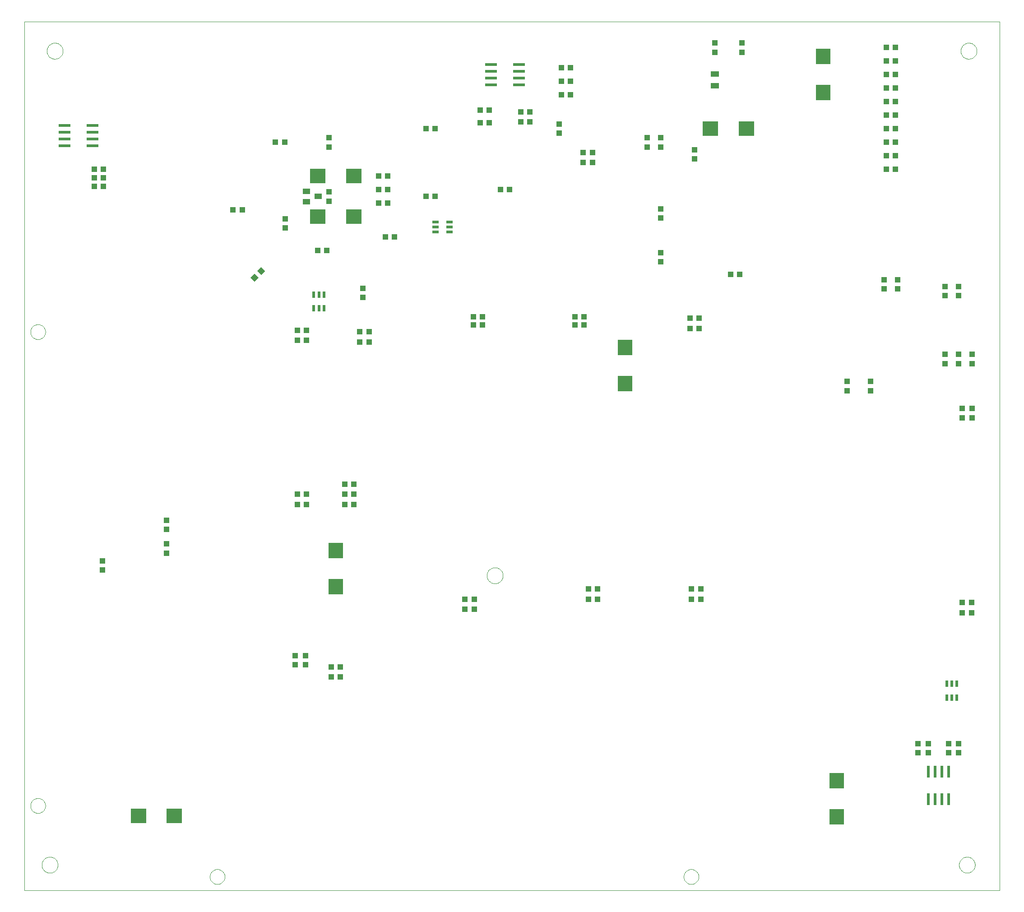
<source format=gbp>
G75*
%MOIN*%
%OFA0B0*%
%FSLAX24Y24*%
%IPPOS*%
%LPD*%
%AMOC8*
5,1,8,0,0,1.08239X$1,22.5*
%
%ADD10C,0.0000*%
%ADD11R,0.0591X0.0394*%
%ADD12R,0.0425X0.0413*%
%ADD13R,0.0433X0.0394*%
%ADD14R,0.0413X0.0425*%
%ADD15R,0.0236X0.0866*%
%ADD16R,0.0866X0.0236*%
%ADD17R,0.0394X0.0433*%
%ADD18R,0.0217X0.0472*%
%ADD19R,0.0551X0.0394*%
%ADD20R,0.1161X0.1063*%
%ADD21R,0.1063X0.1161*%
%ADD22R,0.0472X0.0217*%
D10*
X003500Y003500D02*
X003500Y067673D01*
X075547Y067673D01*
X075547Y003500D01*
X003500Y003500D01*
X004784Y005375D02*
X004786Y005423D01*
X004792Y005471D01*
X004802Y005518D01*
X004815Y005564D01*
X004833Y005609D01*
X004853Y005653D01*
X004878Y005695D01*
X004906Y005734D01*
X004936Y005771D01*
X004970Y005805D01*
X005007Y005837D01*
X005045Y005866D01*
X005086Y005891D01*
X005129Y005913D01*
X005174Y005931D01*
X005220Y005945D01*
X005267Y005956D01*
X005315Y005963D01*
X005363Y005966D01*
X005411Y005965D01*
X005459Y005960D01*
X005507Y005951D01*
X005553Y005939D01*
X005598Y005922D01*
X005642Y005902D01*
X005684Y005879D01*
X005724Y005852D01*
X005762Y005822D01*
X005797Y005789D01*
X005829Y005753D01*
X005859Y005715D01*
X005885Y005674D01*
X005907Y005631D01*
X005927Y005587D01*
X005942Y005542D01*
X005954Y005495D01*
X005962Y005447D01*
X005966Y005399D01*
X005966Y005351D01*
X005962Y005303D01*
X005954Y005255D01*
X005942Y005208D01*
X005927Y005163D01*
X005907Y005119D01*
X005885Y005076D01*
X005859Y005035D01*
X005829Y004997D01*
X005797Y004961D01*
X005762Y004928D01*
X005724Y004898D01*
X005684Y004871D01*
X005642Y004848D01*
X005598Y004828D01*
X005553Y004811D01*
X005507Y004799D01*
X005459Y004790D01*
X005411Y004785D01*
X005363Y004784D01*
X005315Y004787D01*
X005267Y004794D01*
X005220Y004805D01*
X005174Y004819D01*
X005129Y004837D01*
X005086Y004859D01*
X005045Y004884D01*
X005007Y004913D01*
X004970Y004945D01*
X004936Y004979D01*
X004906Y005016D01*
X004878Y005055D01*
X004853Y005097D01*
X004833Y005141D01*
X004815Y005186D01*
X004802Y005232D01*
X004792Y005279D01*
X004786Y005327D01*
X004784Y005375D01*
X003949Y009750D02*
X003951Y009797D01*
X003957Y009843D01*
X003967Y009889D01*
X003980Y009934D01*
X003998Y009977D01*
X004019Y010019D01*
X004043Y010059D01*
X004071Y010096D01*
X004102Y010131D01*
X004136Y010164D01*
X004172Y010193D01*
X004211Y010219D01*
X004252Y010242D01*
X004295Y010261D01*
X004339Y010277D01*
X004384Y010289D01*
X004430Y010297D01*
X004477Y010301D01*
X004523Y010301D01*
X004570Y010297D01*
X004616Y010289D01*
X004661Y010277D01*
X004705Y010261D01*
X004748Y010242D01*
X004789Y010219D01*
X004828Y010193D01*
X004864Y010164D01*
X004898Y010131D01*
X004929Y010096D01*
X004957Y010059D01*
X004981Y010019D01*
X005002Y009977D01*
X005020Y009934D01*
X005033Y009889D01*
X005043Y009843D01*
X005049Y009797D01*
X005051Y009750D01*
X005049Y009703D01*
X005043Y009657D01*
X005033Y009611D01*
X005020Y009566D01*
X005002Y009523D01*
X004981Y009481D01*
X004957Y009441D01*
X004929Y009404D01*
X004898Y009369D01*
X004864Y009336D01*
X004828Y009307D01*
X004789Y009281D01*
X004748Y009258D01*
X004705Y009239D01*
X004661Y009223D01*
X004616Y009211D01*
X004570Y009203D01*
X004523Y009199D01*
X004477Y009199D01*
X004430Y009203D01*
X004384Y009211D01*
X004339Y009223D01*
X004295Y009239D01*
X004252Y009258D01*
X004211Y009281D01*
X004172Y009307D01*
X004136Y009336D01*
X004102Y009369D01*
X004071Y009404D01*
X004043Y009441D01*
X004019Y009481D01*
X003998Y009523D01*
X003980Y009566D01*
X003967Y009611D01*
X003957Y009657D01*
X003951Y009703D01*
X003949Y009750D01*
X017199Y004500D02*
X017201Y004547D01*
X017207Y004593D01*
X017217Y004639D01*
X017230Y004684D01*
X017248Y004727D01*
X017269Y004769D01*
X017293Y004809D01*
X017321Y004846D01*
X017352Y004881D01*
X017386Y004914D01*
X017422Y004943D01*
X017461Y004969D01*
X017502Y004992D01*
X017545Y005011D01*
X017589Y005027D01*
X017634Y005039D01*
X017680Y005047D01*
X017727Y005051D01*
X017773Y005051D01*
X017820Y005047D01*
X017866Y005039D01*
X017911Y005027D01*
X017955Y005011D01*
X017998Y004992D01*
X018039Y004969D01*
X018078Y004943D01*
X018114Y004914D01*
X018148Y004881D01*
X018179Y004846D01*
X018207Y004809D01*
X018231Y004769D01*
X018252Y004727D01*
X018270Y004684D01*
X018283Y004639D01*
X018293Y004593D01*
X018299Y004547D01*
X018301Y004500D01*
X018299Y004453D01*
X018293Y004407D01*
X018283Y004361D01*
X018270Y004316D01*
X018252Y004273D01*
X018231Y004231D01*
X018207Y004191D01*
X018179Y004154D01*
X018148Y004119D01*
X018114Y004086D01*
X018078Y004057D01*
X018039Y004031D01*
X017998Y004008D01*
X017955Y003989D01*
X017911Y003973D01*
X017866Y003961D01*
X017820Y003953D01*
X017773Y003949D01*
X017727Y003949D01*
X017680Y003953D01*
X017634Y003961D01*
X017589Y003973D01*
X017545Y003989D01*
X017502Y004008D01*
X017461Y004031D01*
X017422Y004057D01*
X017386Y004086D01*
X017352Y004119D01*
X017321Y004154D01*
X017293Y004191D01*
X017269Y004231D01*
X017248Y004273D01*
X017230Y004316D01*
X017217Y004361D01*
X017207Y004407D01*
X017201Y004453D01*
X017199Y004500D01*
X037659Y026750D02*
X037661Y026798D01*
X037667Y026846D01*
X037677Y026893D01*
X037690Y026939D01*
X037708Y026984D01*
X037728Y027028D01*
X037753Y027070D01*
X037781Y027109D01*
X037811Y027146D01*
X037845Y027180D01*
X037882Y027212D01*
X037920Y027241D01*
X037961Y027266D01*
X038004Y027288D01*
X038049Y027306D01*
X038095Y027320D01*
X038142Y027331D01*
X038190Y027338D01*
X038238Y027341D01*
X038286Y027340D01*
X038334Y027335D01*
X038382Y027326D01*
X038428Y027314D01*
X038473Y027297D01*
X038517Y027277D01*
X038559Y027254D01*
X038599Y027227D01*
X038637Y027197D01*
X038672Y027164D01*
X038704Y027128D01*
X038734Y027090D01*
X038760Y027049D01*
X038782Y027006D01*
X038802Y026962D01*
X038817Y026917D01*
X038829Y026870D01*
X038837Y026822D01*
X038841Y026774D01*
X038841Y026726D01*
X038837Y026678D01*
X038829Y026630D01*
X038817Y026583D01*
X038802Y026538D01*
X038782Y026494D01*
X038760Y026451D01*
X038734Y026410D01*
X038704Y026372D01*
X038672Y026336D01*
X038637Y026303D01*
X038599Y026273D01*
X038559Y026246D01*
X038517Y026223D01*
X038473Y026203D01*
X038428Y026186D01*
X038382Y026174D01*
X038334Y026165D01*
X038286Y026160D01*
X038238Y026159D01*
X038190Y026162D01*
X038142Y026169D01*
X038095Y026180D01*
X038049Y026194D01*
X038004Y026212D01*
X037961Y026234D01*
X037920Y026259D01*
X037882Y026288D01*
X037845Y026320D01*
X037811Y026354D01*
X037781Y026391D01*
X037753Y026430D01*
X037728Y026472D01*
X037708Y026516D01*
X037690Y026561D01*
X037677Y026607D01*
X037667Y026654D01*
X037661Y026702D01*
X037659Y026750D01*
X052199Y004500D02*
X052201Y004547D01*
X052207Y004593D01*
X052217Y004639D01*
X052230Y004684D01*
X052248Y004727D01*
X052269Y004769D01*
X052293Y004809D01*
X052321Y004846D01*
X052352Y004881D01*
X052386Y004914D01*
X052422Y004943D01*
X052461Y004969D01*
X052502Y004992D01*
X052545Y005011D01*
X052589Y005027D01*
X052634Y005039D01*
X052680Y005047D01*
X052727Y005051D01*
X052773Y005051D01*
X052820Y005047D01*
X052866Y005039D01*
X052911Y005027D01*
X052955Y005011D01*
X052998Y004992D01*
X053039Y004969D01*
X053078Y004943D01*
X053114Y004914D01*
X053148Y004881D01*
X053179Y004846D01*
X053207Y004809D01*
X053231Y004769D01*
X053252Y004727D01*
X053270Y004684D01*
X053283Y004639D01*
X053293Y004593D01*
X053299Y004547D01*
X053301Y004500D01*
X053299Y004453D01*
X053293Y004407D01*
X053283Y004361D01*
X053270Y004316D01*
X053252Y004273D01*
X053231Y004231D01*
X053207Y004191D01*
X053179Y004154D01*
X053148Y004119D01*
X053114Y004086D01*
X053078Y004057D01*
X053039Y004031D01*
X052998Y004008D01*
X052955Y003989D01*
X052911Y003973D01*
X052866Y003961D01*
X052820Y003953D01*
X052773Y003949D01*
X052727Y003949D01*
X052680Y003953D01*
X052634Y003961D01*
X052589Y003973D01*
X052545Y003989D01*
X052502Y004008D01*
X052461Y004031D01*
X052422Y004057D01*
X052386Y004086D01*
X052352Y004119D01*
X052321Y004154D01*
X052293Y004191D01*
X052269Y004231D01*
X052248Y004273D01*
X052230Y004316D01*
X052217Y004361D01*
X052207Y004407D01*
X052201Y004453D01*
X052199Y004500D01*
X072534Y005375D02*
X072536Y005423D01*
X072542Y005471D01*
X072552Y005518D01*
X072565Y005564D01*
X072583Y005609D01*
X072603Y005653D01*
X072628Y005695D01*
X072656Y005734D01*
X072686Y005771D01*
X072720Y005805D01*
X072757Y005837D01*
X072795Y005866D01*
X072836Y005891D01*
X072879Y005913D01*
X072924Y005931D01*
X072970Y005945D01*
X073017Y005956D01*
X073065Y005963D01*
X073113Y005966D01*
X073161Y005965D01*
X073209Y005960D01*
X073257Y005951D01*
X073303Y005939D01*
X073348Y005922D01*
X073392Y005902D01*
X073434Y005879D01*
X073474Y005852D01*
X073512Y005822D01*
X073547Y005789D01*
X073579Y005753D01*
X073609Y005715D01*
X073635Y005674D01*
X073657Y005631D01*
X073677Y005587D01*
X073692Y005542D01*
X073704Y005495D01*
X073712Y005447D01*
X073716Y005399D01*
X073716Y005351D01*
X073712Y005303D01*
X073704Y005255D01*
X073692Y005208D01*
X073677Y005163D01*
X073657Y005119D01*
X073635Y005076D01*
X073609Y005035D01*
X073579Y004997D01*
X073547Y004961D01*
X073512Y004928D01*
X073474Y004898D01*
X073434Y004871D01*
X073392Y004848D01*
X073348Y004828D01*
X073303Y004811D01*
X073257Y004799D01*
X073209Y004790D01*
X073161Y004785D01*
X073113Y004784D01*
X073065Y004787D01*
X073017Y004794D01*
X072970Y004805D01*
X072924Y004819D01*
X072879Y004837D01*
X072836Y004859D01*
X072795Y004884D01*
X072757Y004913D01*
X072720Y004945D01*
X072686Y004979D01*
X072656Y005016D01*
X072628Y005055D01*
X072603Y005097D01*
X072583Y005141D01*
X072565Y005186D01*
X072552Y005232D01*
X072542Y005279D01*
X072536Y005327D01*
X072534Y005375D01*
X072659Y065500D02*
X072661Y065548D01*
X072667Y065596D01*
X072677Y065643D01*
X072690Y065689D01*
X072708Y065734D01*
X072728Y065778D01*
X072753Y065820D01*
X072781Y065859D01*
X072811Y065896D01*
X072845Y065930D01*
X072882Y065962D01*
X072920Y065991D01*
X072961Y066016D01*
X073004Y066038D01*
X073049Y066056D01*
X073095Y066070D01*
X073142Y066081D01*
X073190Y066088D01*
X073238Y066091D01*
X073286Y066090D01*
X073334Y066085D01*
X073382Y066076D01*
X073428Y066064D01*
X073473Y066047D01*
X073517Y066027D01*
X073559Y066004D01*
X073599Y065977D01*
X073637Y065947D01*
X073672Y065914D01*
X073704Y065878D01*
X073734Y065840D01*
X073760Y065799D01*
X073782Y065756D01*
X073802Y065712D01*
X073817Y065667D01*
X073829Y065620D01*
X073837Y065572D01*
X073841Y065524D01*
X073841Y065476D01*
X073837Y065428D01*
X073829Y065380D01*
X073817Y065333D01*
X073802Y065288D01*
X073782Y065244D01*
X073760Y065201D01*
X073734Y065160D01*
X073704Y065122D01*
X073672Y065086D01*
X073637Y065053D01*
X073599Y065023D01*
X073559Y064996D01*
X073517Y064973D01*
X073473Y064953D01*
X073428Y064936D01*
X073382Y064924D01*
X073334Y064915D01*
X073286Y064910D01*
X073238Y064909D01*
X073190Y064912D01*
X073142Y064919D01*
X073095Y064930D01*
X073049Y064944D01*
X073004Y064962D01*
X072961Y064984D01*
X072920Y065009D01*
X072882Y065038D01*
X072845Y065070D01*
X072811Y065104D01*
X072781Y065141D01*
X072753Y065180D01*
X072728Y065222D01*
X072708Y065266D01*
X072690Y065311D01*
X072677Y065357D01*
X072667Y065404D01*
X072661Y065452D01*
X072659Y065500D01*
X005159Y065500D02*
X005161Y065548D01*
X005167Y065596D01*
X005177Y065643D01*
X005190Y065689D01*
X005208Y065734D01*
X005228Y065778D01*
X005253Y065820D01*
X005281Y065859D01*
X005311Y065896D01*
X005345Y065930D01*
X005382Y065962D01*
X005420Y065991D01*
X005461Y066016D01*
X005504Y066038D01*
X005549Y066056D01*
X005595Y066070D01*
X005642Y066081D01*
X005690Y066088D01*
X005738Y066091D01*
X005786Y066090D01*
X005834Y066085D01*
X005882Y066076D01*
X005928Y066064D01*
X005973Y066047D01*
X006017Y066027D01*
X006059Y066004D01*
X006099Y065977D01*
X006137Y065947D01*
X006172Y065914D01*
X006204Y065878D01*
X006234Y065840D01*
X006260Y065799D01*
X006282Y065756D01*
X006302Y065712D01*
X006317Y065667D01*
X006329Y065620D01*
X006337Y065572D01*
X006341Y065524D01*
X006341Y065476D01*
X006337Y065428D01*
X006329Y065380D01*
X006317Y065333D01*
X006302Y065288D01*
X006282Y065244D01*
X006260Y065201D01*
X006234Y065160D01*
X006204Y065122D01*
X006172Y065086D01*
X006137Y065053D01*
X006099Y065023D01*
X006059Y064996D01*
X006017Y064973D01*
X005973Y064953D01*
X005928Y064936D01*
X005882Y064924D01*
X005834Y064915D01*
X005786Y064910D01*
X005738Y064909D01*
X005690Y064912D01*
X005642Y064919D01*
X005595Y064930D01*
X005549Y064944D01*
X005504Y064962D01*
X005461Y064984D01*
X005420Y065009D01*
X005382Y065038D01*
X005345Y065070D01*
X005311Y065104D01*
X005281Y065141D01*
X005253Y065180D01*
X005228Y065222D01*
X005208Y065266D01*
X005190Y065311D01*
X005177Y065357D01*
X005167Y065404D01*
X005161Y065452D01*
X005159Y065500D01*
X003949Y044750D02*
X003951Y044797D01*
X003957Y044843D01*
X003967Y044889D01*
X003980Y044934D01*
X003998Y044977D01*
X004019Y045019D01*
X004043Y045059D01*
X004071Y045096D01*
X004102Y045131D01*
X004136Y045164D01*
X004172Y045193D01*
X004211Y045219D01*
X004252Y045242D01*
X004295Y045261D01*
X004339Y045277D01*
X004384Y045289D01*
X004430Y045297D01*
X004477Y045301D01*
X004523Y045301D01*
X004570Y045297D01*
X004616Y045289D01*
X004661Y045277D01*
X004705Y045261D01*
X004748Y045242D01*
X004789Y045219D01*
X004828Y045193D01*
X004864Y045164D01*
X004898Y045131D01*
X004929Y045096D01*
X004957Y045059D01*
X004981Y045019D01*
X005002Y044977D01*
X005020Y044934D01*
X005033Y044889D01*
X005043Y044843D01*
X005049Y044797D01*
X005051Y044750D01*
X005049Y044703D01*
X005043Y044657D01*
X005033Y044611D01*
X005020Y044566D01*
X005002Y044523D01*
X004981Y044481D01*
X004957Y044441D01*
X004929Y044404D01*
X004898Y044369D01*
X004864Y044336D01*
X004828Y044307D01*
X004789Y044281D01*
X004748Y044258D01*
X004705Y044239D01*
X004661Y044223D01*
X004616Y044211D01*
X004570Y044203D01*
X004523Y044199D01*
X004477Y044199D01*
X004430Y044203D01*
X004384Y044211D01*
X004339Y044223D01*
X004295Y044239D01*
X004252Y044258D01*
X004211Y044281D01*
X004172Y044307D01*
X004136Y044336D01*
X004102Y044369D01*
X004071Y044404D01*
X004043Y044441D01*
X004019Y044481D01*
X003998Y044523D01*
X003980Y044566D01*
X003967Y044611D01*
X003957Y044657D01*
X003951Y044703D01*
X003949Y044750D01*
D11*
X054500Y062942D03*
X054500Y063808D03*
D12*
X054500Y065406D03*
X054500Y066094D03*
X056500Y066094D03*
X056500Y065406D03*
X050500Y059094D03*
X050500Y058406D03*
X049500Y058406D03*
X049500Y059094D03*
X064250Y041094D03*
X064250Y040406D03*
X066000Y040406D03*
X066000Y041094D03*
X071500Y042406D03*
X071500Y043094D03*
X072500Y043094D03*
X072500Y042406D03*
X073500Y042406D03*
X073500Y043094D03*
X073500Y039094D03*
X073500Y038406D03*
X072750Y038406D03*
X072750Y039094D03*
X072500Y014344D03*
X072500Y013656D03*
X071750Y013656D03*
X071750Y014344D03*
X070250Y014344D03*
X070250Y013656D03*
X069500Y013656D03*
X069500Y014344D03*
X028500Y047281D03*
X028500Y047969D03*
X026000Y054406D03*
X026000Y055094D03*
X026000Y058406D03*
X026000Y059094D03*
X014000Y030844D03*
X014000Y030156D03*
X014000Y029094D03*
X014000Y028406D03*
X009250Y027844D03*
X009250Y027156D03*
X023500Y020844D03*
X023500Y020156D03*
X024250Y020156D03*
X024250Y020844D03*
D13*
X050500Y049915D03*
X050500Y050585D03*
X050500Y053165D03*
X050500Y053835D03*
X053000Y057540D03*
X053000Y058210D03*
X043000Y059415D03*
X043000Y060085D03*
X022750Y053085D03*
X022750Y052415D03*
X067000Y048585D03*
X067000Y047915D03*
X068000Y047915D03*
X068000Y048585D03*
X071500Y048085D03*
X071500Y047415D03*
X072500Y047415D03*
X072500Y048085D03*
D14*
X053344Y045750D03*
X052656Y045750D03*
X052656Y045000D03*
X053344Y045000D03*
X044844Y045250D03*
X044844Y045875D03*
X044156Y045875D03*
X044156Y045250D03*
X037344Y045250D03*
X037344Y045875D03*
X036656Y045875D03*
X036656Y045250D03*
X030844Y051750D03*
X030156Y051750D03*
X030344Y054250D03*
X029656Y054250D03*
X029656Y055250D03*
X030344Y055250D03*
X030344Y056250D03*
X029656Y056250D03*
X033156Y054750D03*
X033844Y054750D03*
X033844Y059750D03*
X033156Y059750D03*
X040156Y060250D03*
X040844Y060250D03*
X040844Y061000D03*
X040156Y061000D03*
X043156Y062250D03*
X043844Y062250D03*
X043844Y063250D03*
X043156Y063250D03*
X044781Y058000D03*
X045469Y058000D03*
X045469Y057250D03*
X044781Y057250D03*
X028969Y044750D03*
X028281Y044750D03*
X028281Y044000D03*
X028969Y044000D03*
X024344Y044125D03*
X023656Y044125D03*
X023656Y044875D03*
X024344Y044875D03*
G36*
X020211Y048760D02*
X020502Y049051D01*
X020801Y048752D01*
X020510Y048461D01*
X020211Y048760D01*
G37*
G36*
X020699Y049248D02*
X020990Y049539D01*
X021289Y049240D01*
X020998Y048949D01*
X020699Y049248D01*
G37*
X019594Y053750D03*
X018906Y053750D03*
X022031Y058750D03*
X022719Y058750D03*
X009344Y056750D03*
X009344Y056125D03*
X009344Y055500D03*
X008656Y055500D03*
X008656Y056125D03*
X008656Y056750D03*
X027156Y033500D03*
X027844Y033500D03*
X027844Y032750D03*
X027156Y032750D03*
X027156Y032000D03*
X027844Y032000D03*
X024344Y032000D03*
X023656Y032000D03*
X023656Y032750D03*
X024344Y032750D03*
X036031Y025000D03*
X036719Y025000D03*
X036719Y024250D03*
X036031Y024250D03*
X045156Y025000D03*
X045844Y025000D03*
X045844Y025750D03*
X045156Y025750D03*
X052781Y025750D03*
X053469Y025750D03*
X053469Y025000D03*
X052781Y025000D03*
X072781Y024750D03*
X073469Y024750D03*
X073469Y024000D03*
X072781Y024000D03*
X026844Y020000D03*
X026156Y020000D03*
X026156Y019250D03*
X026844Y019250D03*
D15*
X070250Y012274D03*
X070750Y012274D03*
X071250Y012274D03*
X071750Y012274D03*
X071750Y010226D03*
X071250Y010226D03*
X070750Y010226D03*
X070250Y010226D03*
D16*
X040024Y063000D03*
X040024Y063500D03*
X040024Y064000D03*
X040024Y064500D03*
X037976Y064500D03*
X037976Y064000D03*
X037976Y063500D03*
X037976Y063000D03*
X008524Y060000D03*
X008524Y059500D03*
X008524Y059000D03*
X008524Y058500D03*
X006476Y058500D03*
X006476Y059000D03*
X006476Y059500D03*
X006476Y060000D03*
D17*
X025165Y050750D03*
X025835Y050750D03*
X037165Y060188D03*
X037835Y060188D03*
X037835Y061125D03*
X037165Y061125D03*
X043165Y064250D03*
X043835Y064250D03*
X039335Y055250D03*
X038665Y055250D03*
X055665Y049000D03*
X056335Y049000D03*
X067165Y056750D03*
X067835Y056750D03*
X067835Y057750D03*
X067165Y057750D03*
X067165Y058750D03*
X067835Y058750D03*
X067835Y059750D03*
X067165Y059750D03*
X067165Y060750D03*
X067835Y060750D03*
X067835Y061750D03*
X067165Y061750D03*
X067165Y062750D03*
X067835Y062750D03*
X067835Y063750D03*
X067165Y063750D03*
X067165Y064750D03*
X067835Y064750D03*
X067835Y065750D03*
X067165Y065750D03*
D18*
X025624Y047512D03*
X025250Y047512D03*
X024876Y047512D03*
X024876Y046488D03*
X025250Y046488D03*
X025624Y046488D03*
X071626Y018762D03*
X072000Y018762D03*
X072374Y018762D03*
X072374Y017738D03*
X072000Y017738D03*
X071626Y017738D03*
D19*
X025183Y054750D03*
X024317Y054376D03*
X024317Y055124D03*
D20*
X025171Y056250D03*
X027829Y056250D03*
X027829Y053250D03*
X025171Y053250D03*
X054171Y059750D03*
X056829Y059750D03*
X014579Y009000D03*
X011921Y009000D03*
D21*
X026500Y025921D03*
X026500Y028579D03*
X047875Y040921D03*
X047875Y043579D03*
X062500Y062421D03*
X062500Y065079D03*
X063500Y011579D03*
X063500Y008921D03*
D22*
X034887Y052126D03*
X034887Y052500D03*
X034887Y052874D03*
X033863Y052874D03*
X033863Y052500D03*
X033863Y052126D03*
M02*

</source>
